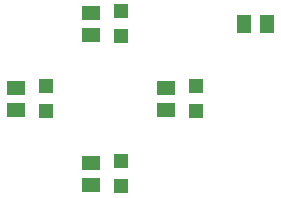
<source format=gbr>
G04 EAGLE Gerber RS-274X export*
G75*
%MOMM*%
%FSLAX34Y34*%
%LPD*%
%INSolderpaste Top*%
%IPPOS*%
%AMOC8*
5,1,8,0,0,1.08239X$1,22.5*%
G01*
%ADD10R,1.200000X1.200000*%
%ADD11R,1.500000X1.300000*%
%ADD12R,1.300000X1.500000*%


D10*
X139700Y281600D03*
X139700Y302600D03*
X203200Y218100D03*
X203200Y239100D03*
X203200Y345100D03*
X203200Y366100D03*
X266700Y281600D03*
X266700Y302600D03*
D11*
X114300Y282600D03*
X114300Y301600D03*
X177800Y219100D03*
X177800Y238100D03*
X177800Y346100D03*
X177800Y365100D03*
X241300Y282600D03*
X241300Y301600D03*
D12*
X327000Y355600D03*
X308000Y355600D03*
M02*

</source>
